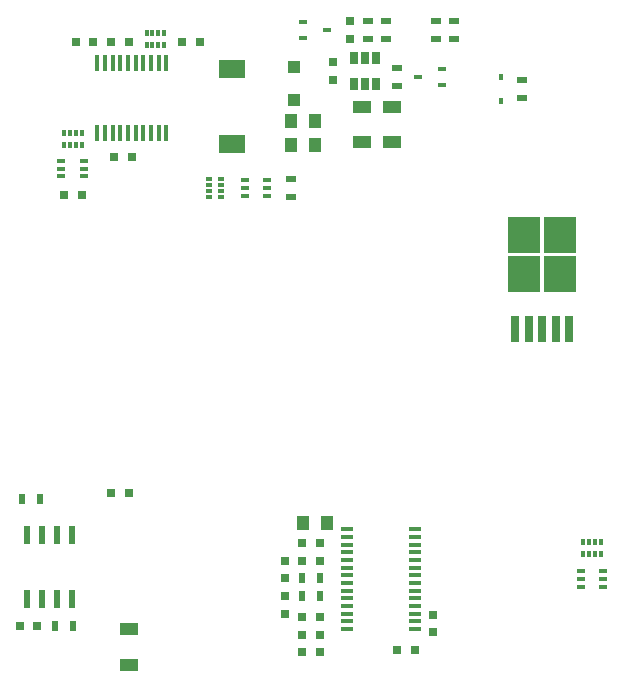
<source format=gbp>
G04 #@! TF.FileFunction,Paste,Bot*
%FSLAX46Y46*%
G04 Gerber Fmt 4.6, Leading zero omitted, Abs format (unit mm)*
G04 Created by KiCad (PCBNEW 4.0.7) date Fri Mar 16 09:41:33 2018*
%MOMM*%
%LPD*%
G01*
G04 APERTURE LIST*
%ADD10C,0.100000*%
%ADD11R,0.800000X0.750000*%
%ADD12R,1.600000X1.000000*%
%ADD13R,0.750000X0.800000*%
%ADD14R,1.000000X1.250000*%
%ADD15R,0.700000X0.450000*%
%ADD16R,0.450000X0.600000*%
%ADD17R,2.200000X1.500000*%
%ADD18R,0.650000X0.400000*%
%ADD19R,0.500000X0.900000*%
%ADD20R,0.900000X0.500000*%
%ADD21R,0.400000X0.500000*%
%ADD22R,0.300000X0.500000*%
%ADD23R,0.600000X1.550000*%
%ADD24R,0.650000X1.060000*%
%ADD25R,1.100000X0.400000*%
%ADD26R,0.450000X1.450000*%
%ADD27R,0.800000X2.200000*%
%ADD28R,2.750000X3.050000*%
%ADD29R,0.500000X0.400000*%
%ADD30R,0.500000X0.300000*%
%ADD31R,1.100000X1.100000*%
G04 APERTURE END LIST*
D10*
D11*
X5500000Y41500000D03*
X7000000Y41500000D03*
X9500000Y16250000D03*
X11000000Y16250000D03*
X1750000Y5000000D03*
X3250000Y5000000D03*
D12*
X33250000Y49000000D03*
X33250000Y46000000D03*
X30750000Y49000000D03*
X30750000Y46000000D03*
D13*
X28250000Y51250000D03*
X28250000Y52750000D03*
X29750000Y56250000D03*
X29750000Y54750000D03*
D14*
X24750000Y47750000D03*
X26750000Y47750000D03*
X24750000Y45750000D03*
X26750000Y45750000D03*
X25750000Y13750000D03*
X27750000Y13750000D03*
D13*
X25706908Y10551016D03*
X25706908Y12051016D03*
D11*
X25706908Y2801016D03*
X27206908Y2801016D03*
X33700000Y3000000D03*
X35200000Y3000000D03*
D13*
X27206908Y12051016D03*
X27206908Y10551016D03*
X27206908Y5801016D03*
X27206908Y4301016D03*
X25706908Y4301016D03*
X25706908Y5801016D03*
X36750000Y4500000D03*
X36750000Y6000000D03*
X24206908Y9051016D03*
X24206908Y10551016D03*
X24206908Y7551016D03*
X24206908Y6051016D03*
D11*
X17000000Y54500000D03*
X15500000Y54500000D03*
X9500000Y54500000D03*
X11000000Y54500000D03*
X11250000Y44750000D03*
X9750000Y44750000D03*
X8000000Y54500000D03*
X6500000Y54500000D03*
D15*
X37500000Y52150000D03*
X37500000Y50850000D03*
X35500000Y51500000D03*
D16*
X42500000Y51550000D03*
X42500000Y49450000D03*
D15*
X25750000Y54850000D03*
X25750000Y56150000D03*
X27750000Y55500000D03*
D17*
X19750000Y52200000D03*
X19750000Y45800000D03*
D18*
X5300000Y43100000D03*
X5300000Y44400000D03*
X7200000Y43750000D03*
X5300000Y43750000D03*
X7200000Y44400000D03*
X7200000Y43100000D03*
X49250000Y8350000D03*
X49250000Y9650000D03*
X51150000Y9000000D03*
X49250000Y9000000D03*
X51150000Y9650000D03*
X51150000Y8350000D03*
X20800000Y41450000D03*
X20800000Y42750000D03*
X22700000Y42100000D03*
X20800000Y42100000D03*
X22700000Y42750000D03*
X22700000Y41450000D03*
D19*
X6250000Y5000000D03*
X4750000Y5000000D03*
D20*
X44250000Y51250000D03*
X44250000Y49750000D03*
X31250000Y54750000D03*
X31250000Y56250000D03*
X32750000Y56250000D03*
X32750000Y54750000D03*
X24750000Y42850000D03*
X24750000Y41350000D03*
D19*
X25706908Y7551016D03*
X27206908Y7551016D03*
X25706908Y9051016D03*
X27206908Y9051016D03*
D20*
X38500000Y54750000D03*
X38500000Y56250000D03*
X37000000Y56250000D03*
X37000000Y54750000D03*
D21*
X49450000Y12100000D03*
D22*
X50450000Y12100000D03*
X49950000Y12100000D03*
D21*
X50950000Y12100000D03*
D22*
X49950000Y11100000D03*
D21*
X49450000Y11100000D03*
D22*
X50450000Y11100000D03*
D21*
X50950000Y11100000D03*
D23*
X2345000Y12700000D03*
X3615000Y12700000D03*
X4885000Y12700000D03*
X6155000Y12700000D03*
X6155000Y7300000D03*
X4885000Y7300000D03*
X3615000Y7300000D03*
X2345000Y7300000D03*
D24*
X30050000Y53100000D03*
X31000000Y53100000D03*
X31950000Y53100000D03*
X31950000Y50900000D03*
X30050000Y50900000D03*
X31000000Y50900000D03*
D25*
X29511909Y4761016D03*
X29511909Y5411016D03*
X29511909Y6061016D03*
X29511909Y6711016D03*
X29511909Y7361016D03*
X29511909Y8011016D03*
X29511909Y8661016D03*
X29511909Y9311016D03*
X29511909Y9961016D03*
X29511909Y10611016D03*
X29511909Y11261016D03*
X29511909Y11911016D03*
X29511909Y12561016D03*
X29511909Y13211016D03*
X35211909Y13211016D03*
X35211909Y12561016D03*
X35211909Y11911016D03*
X35211909Y11261016D03*
X35211909Y10611016D03*
X35211909Y9961016D03*
X35211909Y9311016D03*
X35211909Y8661016D03*
X35211909Y8011016D03*
X35211909Y7361016D03*
X35211909Y6711016D03*
X35211909Y6061016D03*
X35211909Y5411016D03*
X35211909Y4761016D03*
D26*
X8325000Y52700000D03*
X8975000Y52700000D03*
X9625000Y52700000D03*
X10275000Y52700000D03*
X10925000Y52700000D03*
X11575000Y52700000D03*
X12225000Y52700000D03*
X12875000Y52700000D03*
X13525000Y52700000D03*
X14175000Y52700000D03*
X14175000Y46800000D03*
X13525000Y46800000D03*
X12875000Y46800000D03*
X12225000Y46800000D03*
X11575000Y46800000D03*
X10925000Y46800000D03*
X10275000Y46800000D03*
X9625000Y46800000D03*
X8975000Y46800000D03*
X8325000Y46800000D03*
D27*
X48280000Y30200000D03*
X47140000Y30200000D03*
X46000000Y30200000D03*
X44860000Y30200000D03*
X43720000Y30200000D03*
D28*
X44475000Y38175000D03*
X47525000Y34825000D03*
X47525000Y38175000D03*
X44475000Y34825000D03*
D29*
X17800000Y41350000D03*
D30*
X17800000Y42350000D03*
X17800000Y41850000D03*
D29*
X17800000Y42850000D03*
D30*
X18800000Y41850000D03*
D29*
X18800000Y41350000D03*
D30*
X18800000Y42350000D03*
D29*
X18800000Y42850000D03*
D21*
X5500000Y46750000D03*
D22*
X6500000Y46750000D03*
X6000000Y46750000D03*
D21*
X7000000Y46750000D03*
D22*
X6000000Y45750000D03*
D21*
X5500000Y45750000D03*
D22*
X6500000Y45750000D03*
D21*
X7000000Y45750000D03*
X14000000Y54250000D03*
D22*
X13000000Y54250000D03*
X13500000Y54250000D03*
D21*
X12500000Y54250000D03*
D22*
X13500000Y55250000D03*
D21*
X14000000Y55250000D03*
D22*
X13000000Y55250000D03*
D21*
X12500000Y55250000D03*
D31*
X25000000Y52400000D03*
X25000000Y49600000D03*
D12*
X11000000Y1750000D03*
X11000000Y4750000D03*
D20*
X33750000Y50750000D03*
X33750000Y52250000D03*
D19*
X2000000Y15750000D03*
X3500000Y15750000D03*
M02*

</source>
